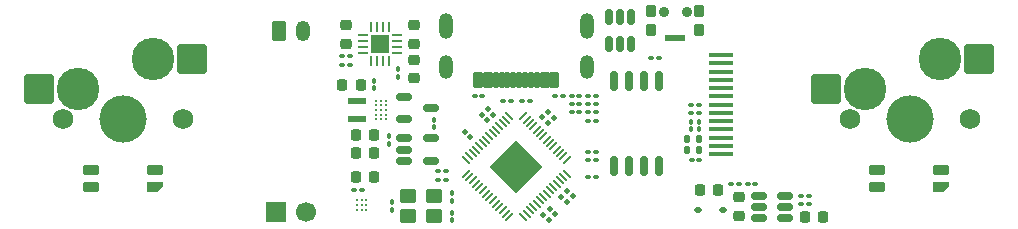
<source format=gbs>
%TF.GenerationSoftware,KiCad,Pcbnew,9.0.3*%
%TF.CreationDate,2025-07-18T01:49:26-04:00*%
%TF.ProjectId,board,626f6172-642e-46b6-9963-61645f706362,rev?*%
%TF.SameCoordinates,Original*%
%TF.FileFunction,Soldermask,Bot*%
%TF.FilePolarity,Negative*%
%FSLAX46Y46*%
G04 Gerber Fmt 4.6, Leading zero omitted, Abs format (unit mm)*
G04 Created by KiCad (PCBNEW 9.0.3) date 2025-07-18 01:49:26*
%MOMM*%
%LPD*%
G01*
G04 APERTURE LIST*
G04 Aperture macros list*
%AMRoundRect*
0 Rectangle with rounded corners*
0 $1 Rounding radius*
0 $2 $3 $4 $5 $6 $7 $8 $9 X,Y pos of 4 corners*
0 Add a 4 corners polygon primitive as box body*
4,1,4,$2,$3,$4,$5,$6,$7,$8,$9,$2,$3,0*
0 Add four circle primitives for the rounded corners*
1,1,$1+$1,$2,$3*
1,1,$1+$1,$4,$5*
1,1,$1+$1,$6,$7*
1,1,$1+$1,$8,$9*
0 Add four rect primitives between the rounded corners*
20,1,$1+$1,$2,$3,$4,$5,0*
20,1,$1+$1,$4,$5,$6,$7,0*
20,1,$1+$1,$6,$7,$8,$9,0*
20,1,$1+$1,$8,$9,$2,$3,0*%
%AMRotRect*
0 Rectangle, with rotation*
0 The origin of the aperture is its center*
0 $1 length*
0 $2 width*
0 $3 Rotation angle, in degrees counterclockwise*
0 Add horizontal line*
21,1,$1,$2,0,0,$3*%
%AMFreePoly0*
4,1,18,-0.410000,0.593000,-0.403758,0.624380,-0.385983,0.650983,-0.359380,0.668758,-0.328000,0.675000,0.328000,0.675000,0.359380,0.668758,0.385983,0.650983,0.403758,0.624380,0.410000,0.593000,0.410000,-0.593000,0.403758,-0.624380,0.385983,-0.650983,0.359380,-0.668758,0.328000,-0.675000,0.000000,-0.675000,-0.410000,-0.265000,-0.410000,0.593000,-0.410000,0.593000,$1*%
G04 Aperture macros list end*
%ADD10RoundRect,0.250000X-0.350000X-0.625000X0.350000X-0.625000X0.350000X0.625000X-0.350000X0.625000X0*%
%ADD11O,1.200000X1.750000*%
%ADD12R,1.700000X1.700000*%
%ADD13C,1.700000*%
%ADD14RoundRect,0.250000X-1.025000X-1.000000X1.025000X-1.000000X1.025000X1.000000X-1.025000X1.000000X0*%
%ADD15C,1.750000*%
%ADD16C,4.000000*%
%ADD17C,3.600000*%
%ADD18RoundRect,0.100000X0.100000X-0.130000X0.100000X0.130000X-0.100000X0.130000X-0.100000X-0.130000X0*%
%ADD19RoundRect,0.140000X0.140000X0.170000X-0.140000X0.170000X-0.140000X-0.170000X0.140000X-0.170000X0*%
%ADD20RoundRect,0.100000X-0.130000X-0.100000X0.130000X-0.100000X0.130000X0.100000X-0.130000X0.100000X0*%
%ADD21RoundRect,0.100000X0.130000X0.100000X-0.130000X0.100000X-0.130000X-0.100000X0.130000X-0.100000X0*%
%ADD22RoundRect,0.100000X-0.162635X0.021213X0.021213X-0.162635X0.162635X-0.021213X-0.021213X0.162635X0*%
%ADD23RoundRect,0.100000X0.162635X-0.021213X-0.021213X0.162635X-0.162635X0.021213X0.021213X-0.162635X0*%
%ADD24RoundRect,0.050000X0.309359X-0.238649X-0.238649X0.309359X-0.309359X0.238649X0.238649X-0.309359X0*%
%ADD25RoundRect,0.050000X0.309359X0.238649X0.238649X0.309359X-0.309359X-0.238649X-0.238649X-0.309359X0*%
%ADD26RotRect,3.200000X3.200000X135.000000*%
%ADD27RoundRect,0.225000X0.250000X-0.225000X0.250000X0.225000X-0.250000X0.225000X-0.250000X-0.225000X0*%
%ADD28RoundRect,0.218750X-0.256250X0.218750X-0.256250X-0.218750X0.256250X-0.218750X0.256250X0.218750X0*%
%ADD29RoundRect,0.225000X-0.225000X-0.250000X0.225000X-0.250000X0.225000X0.250000X-0.225000X0.250000X0*%
%ADD30RoundRect,0.162500X0.162500X-0.650000X0.162500X0.650000X-0.162500X0.650000X-0.162500X-0.650000X0*%
%ADD31RoundRect,0.100000X-0.100000X0.130000X-0.100000X-0.130000X0.100000X-0.130000X0.100000X0.130000X0*%
%ADD32C,0.270000*%
%ADD33RoundRect,0.225000X0.225000X0.250000X-0.225000X0.250000X-0.225000X-0.250000X0.225000X-0.250000X0*%
%ADD34RoundRect,0.062500X-0.375000X-0.062500X0.375000X-0.062500X0.375000X0.062500X-0.375000X0.062500X0*%
%ADD35RoundRect,0.062500X-0.062500X-0.375000X0.062500X-0.375000X0.062500X0.375000X-0.062500X0.375000X0*%
%ADD36R,1.600000X1.600000*%
%ADD37C,0.900000*%
%ADD38RoundRect,0.135000X-0.315000X-0.365000X0.315000X-0.365000X0.315000X0.365000X-0.315000X0.365000X0*%
%ADD39RoundRect,0.082500X-0.767500X-0.192500X0.767500X-0.192500X0.767500X0.192500X-0.767500X0.192500X0*%
%ADD40RoundRect,0.250000X-0.450000X-0.350000X0.450000X-0.350000X0.450000X0.350000X-0.450000X0.350000X0*%
%ADD41RoundRect,0.150000X-0.512500X-0.150000X0.512500X-0.150000X0.512500X0.150000X-0.512500X0.150000X0*%
%ADD42RoundRect,0.100000X-0.021213X-0.162635X0.162635X0.021213X0.021213X0.162635X-0.162635X-0.021213X0*%
%ADD43RoundRect,0.102000X-0.300000X-0.550000X0.300000X-0.550000X0.300000X0.550000X-0.300000X0.550000X0*%
%ADD44RoundRect,0.102000X-0.150000X-0.550000X0.150000X-0.550000X0.150000X0.550000X-0.150000X0.550000X0*%
%ADD45O,1.204000X2.004000*%
%ADD46O,1.204000X2.204000*%
%ADD47R,2.000000X0.350000*%
%ADD48RoundRect,0.137500X-0.662500X0.137500X-0.662500X-0.137500X0.662500X-0.137500X0.662500X0.137500X0*%
%ADD49RoundRect,0.150000X0.150000X-0.512500X0.150000X0.512500X-0.150000X0.512500X-0.150000X-0.512500X0*%
%ADD50C,0.210000*%
%ADD51RoundRect,0.112500X-0.187500X-0.112500X0.187500X-0.112500X0.187500X0.112500X-0.187500X0.112500X0*%
%ADD52RoundRect,0.100000X0.021213X0.162635X-0.162635X-0.021213X-0.021213X-0.162635X0.162635X0.021213X0*%
%ADD53RoundRect,0.082000X0.593000X-0.328000X0.593000X0.328000X-0.593000X0.328000X-0.593000X-0.328000X0*%
%ADD54FreePoly0,90.000000*%
%ADD55RoundRect,0.225000X-0.250000X0.225000X-0.250000X-0.225000X0.250000X-0.225000X0.250000X0.225000X0*%
G04 APERTURE END LIST*
D10*
%TO.C,J2*%
X42900001Y-22250000D03*
D11*
X44900002Y-22250000D03*
%TD*%
D12*
%TO.C,J4*%
X42625000Y-37600000D03*
D13*
X45165000Y-37600000D03*
%TD*%
D14*
%TO.C,SW1*%
X22615000Y-27160000D03*
D15*
X24620001Y-29700000D03*
D16*
X29700000Y-29700000D03*
D15*
X34779999Y-29700000D03*
D14*
X35542000Y-24620000D03*
D17*
X25890000Y-27160000D03*
X32240000Y-24620000D03*
%TD*%
D14*
%TO.C,SW2*%
X89215000Y-27160000D03*
D15*
X91220001Y-29700000D03*
D16*
X96300000Y-29700000D03*
D15*
X101379999Y-29700000D03*
D14*
X102142000Y-24620000D03*
D17*
X92490000Y-27160000D03*
X98840000Y-24620000D03*
%TD*%
D18*
%TO.C,R21*%
X52200000Y-31820000D03*
X52200000Y-31180000D03*
%TD*%
D19*
%TO.C,C22*%
X78450000Y-32330000D03*
X77490000Y-32330000D03*
%TD*%
D20*
%TO.C,C13*%
X69080000Y-29850000D03*
X69720000Y-29850000D03*
%TD*%
D21*
%TO.C,R19*%
X81825000Y-35250000D03*
X81185000Y-35250000D03*
%TD*%
D20*
%TO.C,C1*%
X69080000Y-29150000D03*
X69720000Y-29150000D03*
%TD*%
D22*
%TO.C,R5*%
X66817678Y-36317678D03*
X67270226Y-36770226D03*
%TD*%
D20*
%TO.C,R8*%
X69080000Y-33200001D03*
X69720000Y-33200001D03*
%TD*%
D23*
%TO.C,R17*%
X60526274Y-29826274D03*
X60073726Y-29373726D03*
%TD*%
D21*
%TO.C,C14*%
X57020000Y-34150000D03*
X56380000Y-34150000D03*
%TD*%
D22*
%TO.C,R18*%
X60568700Y-28878752D03*
X61021248Y-29331300D03*
%TD*%
D20*
%TO.C,C8*%
X67680000Y-27750000D03*
X68320000Y-27750000D03*
%TD*%
D23*
%TO.C,R12*%
X66276274Y-37776274D03*
X65823726Y-37323726D03*
%TD*%
D20*
%TO.C,C9*%
X67680000Y-29150000D03*
X68320000Y-29150000D03*
%TD*%
D21*
%TO.C,C34*%
X49900000Y-35700000D03*
X49260000Y-35700000D03*
%TD*%
D18*
%TO.C,C25*%
X77800000Y-30575000D03*
X77800000Y-29935000D03*
%TD*%
D21*
%TO.C,C10*%
X69720000Y-27750000D03*
X69080000Y-27750000D03*
%TD*%
%TO.C,R16*%
X87770000Y-36200000D03*
X87130000Y-36200000D03*
%TD*%
D24*
%TO.C,U2*%
X67269157Y-34342202D03*
X66986314Y-34625045D03*
X66703472Y-34907887D03*
X66420629Y-35190730D03*
X66137786Y-35473573D03*
X65854944Y-35756415D03*
X65572101Y-36039258D03*
X65289258Y-36322101D03*
X65006415Y-36604944D03*
X64723573Y-36887786D03*
X64440730Y-37170629D03*
X64157887Y-37453472D03*
X63875045Y-37736314D03*
X63592202Y-38019157D03*
D25*
X62407798Y-38019157D03*
X62124955Y-37736314D03*
X61842113Y-37453472D03*
X61559270Y-37170629D03*
X61276427Y-36887786D03*
X60993585Y-36604944D03*
X60710742Y-36322101D03*
X60427899Y-36039258D03*
X60145056Y-35756415D03*
X59862214Y-35473573D03*
X59579371Y-35190730D03*
X59296528Y-34907887D03*
X59013686Y-34625045D03*
X58730843Y-34342202D03*
D24*
X58730843Y-33157798D03*
X59013686Y-32874955D03*
X59296528Y-32592113D03*
X59579371Y-32309270D03*
X59862214Y-32026427D03*
X60145056Y-31743585D03*
X60427899Y-31460742D03*
X60710742Y-31177899D03*
X60993585Y-30895056D03*
X61276427Y-30612214D03*
X61559270Y-30329371D03*
X61842113Y-30046528D03*
X62124955Y-29763686D03*
X62407798Y-29480843D03*
D25*
X63592202Y-29480843D03*
X63875045Y-29763686D03*
X64157887Y-30046528D03*
X64440730Y-30329371D03*
X64723573Y-30612214D03*
X65006415Y-30895056D03*
X65289258Y-31177899D03*
X65572101Y-31460742D03*
X65854944Y-31743585D03*
X66137786Y-32026427D03*
X66420629Y-32309270D03*
X66703472Y-32592113D03*
X66986314Y-32874955D03*
X67269157Y-33157798D03*
D26*
X63000000Y-33750000D03*
%TD*%
D23*
%TO.C,C4*%
X59076274Y-31226274D03*
X58623726Y-30773726D03*
%TD*%
D27*
%TO.C,C17*%
X54299997Y-26275000D03*
X54299997Y-24725000D03*
%TD*%
D20*
%TO.C,C5*%
X69080000Y-34650000D03*
X69720000Y-34650000D03*
%TD*%
D28*
%TO.C,L2*%
X81850000Y-36349999D03*
X81850000Y-37925001D03*
%TD*%
D18*
%TO.C,R1*%
X57580000Y-36655000D03*
X57580000Y-36015000D03*
%TD*%
D29*
%TO.C,C33*%
X49425000Y-34600000D03*
X50975000Y-34600000D03*
%TD*%
D30*
%TO.C,U3*%
X75055000Y-33687500D03*
X73785000Y-33687500D03*
X72515000Y-33687500D03*
X71245000Y-33687500D03*
X71245000Y-26512500D03*
X72515000Y-26512500D03*
X73785000Y-26512500D03*
X75055000Y-26512500D03*
%TD*%
D29*
%TO.C,C35*%
X78525000Y-35700000D03*
X80075000Y-35700000D03*
%TD*%
D21*
%TO.C,R20*%
X83220000Y-35250000D03*
X82580000Y-35250000D03*
%TD*%
D18*
%TO.C,C28*%
X50950000Y-27100000D03*
X50950000Y-26460000D03*
%TD*%
D20*
%TO.C,C3*%
X66280000Y-27750000D03*
X66920000Y-27750000D03*
%TD*%
D31*
%TO.C,C15*%
X57580000Y-37660000D03*
X57580000Y-38300000D03*
%TD*%
D32*
%TO.C,U8*%
X50300000Y-36600000D03*
X49900000Y-36600000D03*
X49500000Y-36600000D03*
X50300000Y-37000000D03*
X49900000Y-37000000D03*
X49500000Y-37000000D03*
X50300000Y-37400000D03*
X49900000Y-37400000D03*
X49500000Y-37400000D03*
%TD*%
D19*
%TO.C,C26*%
X78450000Y-31410000D03*
X77490000Y-31410000D03*
%TD*%
D33*
%TO.C,C29*%
X50975000Y-32600000D03*
X49425000Y-32600000D03*
%TD*%
D34*
%TO.C,U4*%
X50000000Y-24100000D03*
X50000000Y-23600000D03*
X50000000Y-23100000D03*
X50000000Y-22600000D03*
D35*
X50687500Y-21912500D03*
X51187500Y-21912500D03*
X51687500Y-21912500D03*
X52187500Y-21912500D03*
D34*
X52875000Y-22600000D03*
X52875000Y-23100000D03*
X52875000Y-23600000D03*
X52875000Y-24100000D03*
D35*
X52187500Y-24787500D03*
X51687500Y-24787500D03*
X51187500Y-24787500D03*
X50687500Y-24787500D03*
D36*
X51437500Y-23350000D03*
%TD*%
D27*
%TO.C,C21*%
X48575001Y-23324999D03*
X48575001Y-21774999D03*
%TD*%
D20*
%TO.C,R10*%
X48280000Y-25100000D03*
X48920000Y-25100000D03*
%TD*%
D37*
%TO.C,SW3*%
X75475000Y-20650000D03*
X77425000Y-20650000D03*
D38*
X74400001Y-22200000D03*
X78499999Y-22200000D03*
X74400001Y-20600000D03*
X78499999Y-20600000D03*
D39*
X76450000Y-22825000D03*
%TD*%
D21*
%TO.C,C6*%
X60120000Y-27750000D03*
X59480000Y-27750000D03*
%TD*%
D40*
%TO.C,Y1*%
X53850000Y-36250000D03*
X56050000Y-36250000D03*
X56050000Y-37950000D03*
X53850000Y-37950000D03*
%TD*%
D18*
%TO.C,C23*%
X78500000Y-30570000D03*
X78500000Y-29930000D03*
%TD*%
D21*
%TO.C,C19*%
X75050000Y-24550000D03*
X74410000Y-24550000D03*
%TD*%
%TO.C,R3*%
X62520000Y-28200000D03*
X61880000Y-28200000D03*
%TD*%
D20*
%TO.C,R13*%
X77830000Y-29200000D03*
X78470000Y-29200000D03*
%TD*%
D21*
%TO.C,C32*%
X87770000Y-36900000D03*
X87130000Y-36900000D03*
%TD*%
D23*
%TO.C,R4*%
X67770226Y-36270226D03*
X67317678Y-35817678D03*
%TD*%
D41*
%TO.C,U9*%
X53500000Y-33249999D03*
X53500000Y-32300000D03*
X53500000Y-31350001D03*
X55775000Y-31350001D03*
X55775000Y-33249999D03*
%TD*%
D18*
%TO.C,R22*%
X56050000Y-30420000D03*
X56050000Y-29780000D03*
%TD*%
D20*
%TO.C,C12*%
X67680000Y-28450000D03*
X68320000Y-28450000D03*
%TD*%
D21*
%TO.C,C11*%
X69720000Y-28450000D03*
X69080000Y-28450000D03*
%TD*%
D20*
%TO.C,R9*%
X69080000Y-32500005D03*
X69720000Y-32500005D03*
%TD*%
D21*
%TO.C,C2*%
X57020000Y-34850000D03*
X56380000Y-34850000D03*
%TD*%
D42*
%TO.C,R6*%
X65698701Y-30071249D03*
X66151249Y-29618701D03*
%TD*%
D43*
%TO.C,J1*%
X59800000Y-26450000D03*
X60600000Y-26450000D03*
D44*
X61750000Y-26450000D03*
X62750000Y-26450000D03*
X63250000Y-26450000D03*
X64250000Y-26450000D03*
D43*
X66200000Y-26450000D03*
X65400000Y-26450000D03*
D44*
X64750000Y-26450000D03*
X63750000Y-26450000D03*
X62250000Y-26450000D03*
X61250000Y-26450000D03*
D45*
X57050000Y-25300000D03*
X68950000Y-25300000D03*
D46*
X57050000Y-21800000D03*
X68950000Y-21800000D03*
%TD*%
D47*
%TO.C,DS1*%
X80300000Y-32700000D03*
X80300000Y-32000000D03*
X80300000Y-31300000D03*
X80300000Y-30600000D03*
X80300000Y-29900000D03*
X80300000Y-29200000D03*
X80300000Y-28500000D03*
X80300000Y-27800000D03*
X80300000Y-27100000D03*
X80300000Y-26400000D03*
X80300000Y-25700000D03*
X80300000Y-25000000D03*
X80300000Y-24300000D03*
%TD*%
D41*
%TO.C,U5*%
X53502500Y-29749999D03*
X53502500Y-27850001D03*
X55777500Y-28800000D03*
%TD*%
D33*
%TO.C,C31*%
X88975000Y-37975000D03*
X87425000Y-37975000D03*
%TD*%
D21*
%TO.C,R11*%
X48920000Y-24400000D03*
X48280000Y-24400000D03*
%TD*%
D33*
%TO.C,C27*%
X49825000Y-26800000D03*
X48275000Y-26800000D03*
%TD*%
D48*
%TO.C,L1*%
X49537498Y-28225002D03*
X49537498Y-29675000D03*
%TD*%
D49*
%TO.C,U1*%
X72712500Y-23350000D03*
X71762501Y-23350000D03*
X70812502Y-23350000D03*
X70812502Y-21075000D03*
X71762501Y-21075000D03*
X72712500Y-21075000D03*
%TD*%
D18*
%TO.C,C16*%
X52500000Y-37420001D03*
X52500000Y-36780001D03*
%TD*%
D22*
%TO.C,C7*%
X65297452Y-37847452D03*
X65750000Y-38300000D03*
%TD*%
D20*
%TO.C,R14*%
X77830000Y-28500000D03*
X78470000Y-28500000D03*
%TD*%
D41*
%TO.C,U7*%
X83512500Y-38099999D03*
X83512500Y-37150000D03*
X83512500Y-36200001D03*
X85787500Y-36200001D03*
X85787500Y-37150000D03*
X85787500Y-38099999D03*
%TD*%
D50*
%TO.C,U6*%
X51937500Y-28150000D03*
X51537500Y-28150001D03*
X51137500Y-28150000D03*
X51937500Y-28550000D03*
X51537500Y-28550000D03*
X51137500Y-28550000D03*
X51937500Y-28950000D03*
X51537500Y-28950000D03*
X51137500Y-28950000D03*
X51937500Y-29350000D03*
X51537500Y-29350000D03*
X51137500Y-29350000D03*
X51937500Y-29750000D03*
X51537500Y-29749999D03*
X51137500Y-29750000D03*
%TD*%
D51*
%TO.C,D3*%
X78425000Y-37400000D03*
X80525000Y-37400000D03*
%TD*%
D52*
%TO.C,R7*%
X65656274Y-29123726D03*
X65203726Y-29576274D03*
%TD*%
D21*
%TO.C,R2*%
X64120000Y-28200000D03*
X63480000Y-28200000D03*
%TD*%
D53*
%TO.C,D1*%
X26950000Y-34000000D03*
X26950000Y-35500000D03*
X32400000Y-34000000D03*
D54*
X32400000Y-35500000D03*
%TD*%
D18*
%TO.C,C18*%
X52950000Y-26120000D03*
X52950000Y-25480000D03*
%TD*%
D21*
%TO.C,C24*%
X78500000Y-33150000D03*
X77860000Y-33150000D03*
%TD*%
D33*
%TO.C,C30*%
X50975000Y-31100000D03*
X49425000Y-31100000D03*
%TD*%
D53*
%TO.C,D2*%
X93550000Y-34000000D03*
X93550000Y-35500000D03*
X99000000Y-34000000D03*
D54*
X99000000Y-35500000D03*
%TD*%
D55*
%TO.C,C20*%
X54300000Y-21774999D03*
X54300000Y-23324999D03*
%TD*%
M02*

</source>
